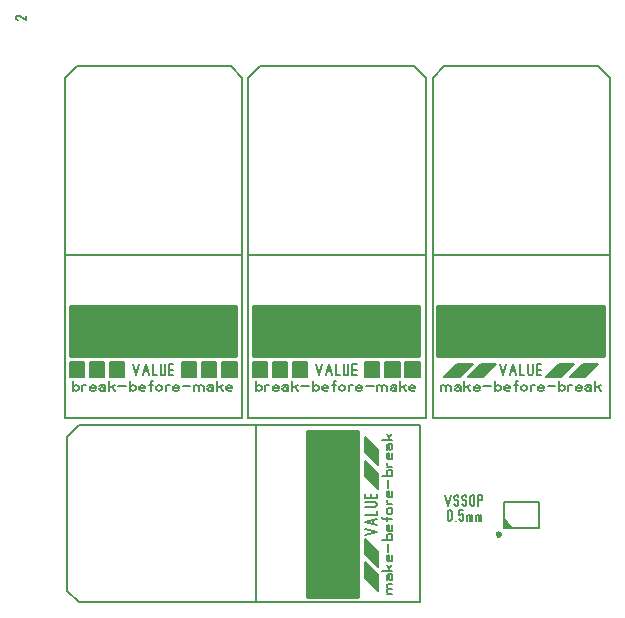
<source format=gbr>
%FSLAX34Y34*%
%MOMM*%
%LNSILK_TOP*%
G71*
G01*
%ADD10C, 0.159*%
%ADD11C, 0.200*%
%ADD12C, 0.150*%
%ADD13C, 0.175*%
%ADD14C, 0.300*%
%ADD15C, 0.151*%
%LPD*%
G54D10*
X0Y3556D02*
X0Y0D01*
X-556Y0D01*
X-1667Y444D01*
X-5000Y3111D01*
X-6111Y3556D01*
X-7222Y3556D01*
X-8333Y3111D01*
X-8889Y2222D01*
X-8889Y1333D01*
X-8333Y444D01*
X-7222Y0D01*
G54D10*
X354763Y-402392D02*
X356986Y-411281D01*
X359208Y-402392D01*
G54D10*
X362318Y-409614D02*
X362763Y-410725D01*
X363652Y-411281D01*
X364541Y-411281D01*
X365430Y-410725D01*
X365874Y-409614D01*
X365874Y-408503D01*
X365430Y-407392D01*
X364541Y-406836D01*
X363652Y-406836D01*
X362763Y-406281D01*
X362318Y-405170D01*
X362318Y-404058D01*
X362763Y-402947D01*
X363652Y-402392D01*
X364541Y-402392D01*
X365430Y-402947D01*
X365874Y-404058D01*
G54D10*
X368985Y-409614D02*
X369430Y-410725D01*
X370319Y-411281D01*
X371208Y-411281D01*
X372097Y-410725D01*
X372541Y-409614D01*
X372541Y-408503D01*
X372097Y-407392D01*
X371208Y-406836D01*
X370319Y-406836D01*
X369430Y-406281D01*
X368985Y-405170D01*
X368985Y-404058D01*
X369430Y-402947D01*
X370319Y-402392D01*
X371208Y-402392D01*
X372097Y-402947D01*
X372541Y-404058D01*
G54D10*
X379208Y-404058D02*
X379208Y-409614D01*
X378764Y-410725D01*
X377875Y-411281D01*
X376986Y-411281D01*
X376097Y-410725D01*
X375652Y-409614D01*
X375652Y-404058D01*
X376097Y-402947D01*
X376986Y-402392D01*
X377875Y-402392D01*
X378764Y-402947D01*
X379208Y-404058D01*
G54D10*
X382319Y-411281D02*
X382319Y-402392D01*
X384542Y-402392D01*
X385431Y-402947D01*
X385875Y-404058D01*
X385875Y-405170D01*
X385431Y-406281D01*
X384542Y-406836D01*
X382319Y-406836D01*
G54D11*
X434097Y-429919D02*
X404097Y-429919D01*
X404097Y-407919D01*
X434097Y-407919D01*
X434097Y-429919D01*
G36*
X404097Y-422919D02*
X411097Y-429919D01*
X404097Y-429919D01*
X404097Y-422919D01*
G37*
G54D11*
X404097Y-422919D02*
X411097Y-429919D01*
X404097Y-429919D01*
X404097Y-422919D01*
G54D11*
G75*
G01X402097Y-435919D02*
G03X402097Y-435919I-2000J0D01*
G01*
G36*
G75*
G01X402097Y-435919D02*
G03X402097Y-435919I-2000J0D01*
G01*
G37*
X402097Y-435919D01*
G54D10*
X360319Y-417058D02*
X360319Y-422614D01*
X359875Y-423725D01*
X358986Y-424281D01*
X358097Y-424281D01*
X357208Y-423725D01*
X356763Y-422614D01*
X356763Y-417058D01*
X357208Y-415947D01*
X358097Y-415392D01*
X358986Y-415392D01*
X359875Y-415947D01*
X360319Y-417058D01*
G54D10*
X363430Y-424281D02*
X363430Y-424281D01*
G54D10*
X370097Y-415392D02*
X366541Y-415392D01*
X366541Y-419281D01*
X366986Y-419281D01*
X367875Y-418725D01*
X368764Y-418725D01*
X369653Y-419281D01*
X370097Y-420392D01*
X370097Y-422614D01*
X369653Y-423725D01*
X368764Y-424281D01*
X367875Y-424281D01*
X366986Y-423725D01*
X366541Y-422614D01*
G54D10*
X373208Y-424281D02*
X373208Y-419281D01*
G54D10*
X373208Y-420170D02*
X374097Y-419281D01*
X374986Y-419614D01*
X375431Y-420392D01*
X375431Y-424281D01*
G54D10*
X375431Y-420170D02*
X376320Y-419281D01*
X377208Y-419614D01*
X377653Y-420392D01*
X377653Y-424281D01*
G54D10*
X380763Y-424281D02*
X380763Y-419281D01*
G54D10*
X380763Y-420170D02*
X381652Y-419281D01*
X382541Y-419614D01*
X382986Y-420392D01*
X382986Y-424281D01*
G54D10*
X382986Y-420170D02*
X383875Y-419281D01*
X384763Y-419614D01*
X385208Y-420392D01*
X385208Y-424281D01*
G54D12*
X183000Y-199000D02*
X33000Y-199000D01*
G54D13*
X90319Y-291278D02*
X92764Y-301056D01*
X95208Y-291278D01*
G54D13*
X98630Y-301056D02*
X101074Y-291278D01*
X103519Y-301056D01*
G54D13*
X99608Y-297389D02*
X102541Y-297389D01*
G54D13*
X106941Y-291278D02*
X106941Y-301056D01*
X110363Y-301056D01*
G54D13*
X113785Y-291278D02*
X113785Y-299222D01*
X114274Y-300444D01*
X115252Y-301056D01*
X116230Y-301056D01*
X117207Y-300444D01*
X117696Y-299222D01*
X117696Y-291278D01*
G54D13*
X124540Y-301056D02*
X121118Y-301056D01*
X121118Y-291278D01*
X124540Y-291278D01*
G54D13*
X121118Y-296167D02*
X124540Y-296167D01*
G36*
X37669Y-242919D02*
X177669Y-242919D01*
X177669Y-284919D01*
X37669Y-284919D01*
X37669Y-242919D01*
G37*
G54D14*
X37669Y-242919D02*
X177669Y-242919D01*
X177669Y-284919D01*
X37669Y-284919D01*
X37669Y-242919D01*
G36*
X144000Y-290000D02*
X144000Y-302000D01*
X132000Y-302000D01*
X132000Y-290000D01*
X144000Y-290000D01*
G37*
G54D12*
X144000Y-290000D02*
X144000Y-302000D01*
X132000Y-302000D01*
X132000Y-290000D01*
X144000Y-290000D01*
G36*
X161000Y-290000D02*
X161000Y-302000D01*
X149000Y-302000D01*
X149000Y-290000D01*
X161000Y-290000D01*
G37*
G54D12*
X161000Y-290000D02*
X161000Y-302000D01*
X149000Y-302000D01*
X149000Y-290000D01*
X161000Y-290000D01*
G36*
X178000Y-290000D02*
X178000Y-302000D01*
X166000Y-302000D01*
X166000Y-290000D01*
X178000Y-290000D01*
G37*
G54D12*
X178000Y-290000D02*
X178000Y-302000D01*
X166000Y-302000D01*
X166000Y-290000D01*
X178000Y-290000D01*
G36*
X49000Y-290000D02*
X49000Y-302000D01*
X37000Y-302000D01*
X37000Y-290000D01*
X49000Y-290000D01*
G37*
G54D12*
X49000Y-290000D02*
X49000Y-302000D01*
X37000Y-302000D01*
X37000Y-290000D01*
X49000Y-290000D01*
G36*
X66000Y-290000D02*
X66000Y-302000D01*
X54000Y-302000D01*
X54000Y-290000D01*
X66000Y-290000D01*
G37*
G54D12*
X66000Y-290000D02*
X66000Y-302000D01*
X54000Y-302000D01*
X54000Y-290000D01*
X66000Y-290000D01*
G36*
X83000Y-290000D02*
X83000Y-302000D01*
X71000Y-302000D01*
X71000Y-290000D01*
X83000Y-290000D01*
G37*
G54D12*
X83000Y-290000D02*
X83000Y-302000D01*
X71000Y-302000D01*
X71000Y-290000D01*
X83000Y-290000D01*
G54D15*
X39319Y-314056D02*
X39319Y-305611D01*
G54D15*
X39319Y-310678D02*
X40163Y-309622D01*
X41852Y-309306D01*
X43541Y-309622D01*
X44386Y-310678D01*
X44386Y-312789D01*
X43541Y-313844D01*
X41852Y-314056D01*
X40163Y-313844D01*
X39319Y-312789D01*
G54D15*
X47342Y-314056D02*
X47342Y-309306D01*
G54D15*
X47342Y-310361D02*
X49031Y-309306D01*
X50720Y-309306D01*
G54D15*
X58743Y-313528D02*
X57392Y-314056D01*
X55703Y-314056D01*
X54014Y-313528D01*
X53676Y-312472D01*
X53676Y-310678D01*
X54520Y-309622D01*
X56209Y-309306D01*
X57898Y-309622D01*
X58743Y-310361D01*
X58743Y-311417D01*
X53676Y-311417D01*
G54D15*
X61699Y-309833D02*
X63388Y-309306D01*
X65415Y-309306D01*
X66766Y-310361D01*
X66766Y-314056D01*
G54D15*
X66766Y-312472D02*
X65921Y-311417D01*
X64232Y-311206D01*
X62543Y-311417D01*
X61699Y-312472D01*
X62037Y-313528D01*
X63388Y-314056D01*
X64232Y-314056D01*
X64570Y-314056D01*
X65921Y-313528D01*
X66766Y-312472D01*
G54D15*
X69722Y-314056D02*
X69722Y-305611D01*
G54D15*
X72255Y-310889D02*
X74789Y-314056D01*
G54D15*
X69722Y-311944D02*
X74789Y-309306D01*
G54D15*
X77745Y-310361D02*
X84501Y-310361D01*
G54D15*
X87457Y-314056D02*
X87457Y-305611D01*
G54D15*
X87457Y-310678D02*
X88301Y-309622D01*
X89990Y-309306D01*
X91679Y-309622D01*
X92524Y-310678D01*
X92524Y-312789D01*
X91679Y-313844D01*
X89990Y-314056D01*
X88301Y-313844D01*
X87457Y-312789D01*
G54D15*
X100547Y-313528D02*
X99196Y-314056D01*
X97507Y-314056D01*
X95818Y-313528D01*
X95480Y-312472D01*
X95480Y-310678D01*
X96324Y-309622D01*
X98013Y-309306D01*
X99702Y-309622D01*
X100547Y-310361D01*
X100547Y-311417D01*
X95480Y-311417D01*
G54D15*
X105192Y-314056D02*
X105192Y-306139D01*
X106036Y-305611D01*
X106881Y-305928D01*
G54D15*
X103503Y-309306D02*
X106881Y-309306D01*
G54D15*
X114904Y-312789D02*
X114904Y-310678D01*
X114059Y-309622D01*
X112370Y-309306D01*
X110681Y-309622D01*
X109837Y-310678D01*
X109837Y-312789D01*
X110681Y-313844D01*
X112370Y-314056D01*
X114059Y-313844D01*
X114904Y-312789D01*
G54D15*
X117860Y-314056D02*
X117860Y-309306D01*
G54D15*
X117860Y-310361D02*
X119549Y-309306D01*
X121238Y-309306D01*
G54D15*
X129261Y-313528D02*
X127910Y-314056D01*
X126221Y-314056D01*
X124532Y-313528D01*
X124194Y-312472D01*
X124194Y-310678D01*
X125038Y-309622D01*
X126727Y-309306D01*
X128416Y-309622D01*
X129261Y-310361D01*
X129261Y-311417D01*
X124194Y-311417D01*
G54D15*
X132217Y-310361D02*
X138973Y-310361D01*
G54D15*
X141929Y-314056D02*
X141929Y-309306D01*
G54D15*
X141929Y-310150D02*
X143618Y-309306D01*
X145307Y-309622D01*
X146151Y-310361D01*
X146151Y-314056D01*
G54D15*
X146151Y-310150D02*
X147840Y-309306D01*
X149529Y-309622D01*
X150373Y-310361D01*
X150373Y-314056D01*
G54D15*
X153329Y-309833D02*
X155018Y-309306D01*
X157045Y-309306D01*
X158396Y-310361D01*
X158396Y-314056D01*
G54D15*
X158396Y-312472D02*
X157551Y-311417D01*
X155862Y-311206D01*
X154173Y-311417D01*
X153329Y-312472D01*
X153667Y-313528D01*
X155018Y-314056D01*
X155862Y-314056D01*
X156200Y-314056D01*
X157551Y-313528D01*
X158396Y-312472D01*
G54D15*
X161352Y-314056D02*
X161352Y-305611D01*
G54D15*
X163885Y-310889D02*
X166419Y-314056D01*
G54D15*
X161352Y-311944D02*
X166419Y-309306D01*
G54D15*
X174442Y-313528D02*
X173091Y-314056D01*
X171402Y-314056D01*
X169713Y-313528D01*
X169375Y-312472D01*
X169375Y-310678D01*
X170219Y-309622D01*
X171908Y-309306D01*
X173597Y-309622D01*
X174442Y-310361D01*
X174442Y-311417D01*
X169375Y-311417D01*
G54D12*
X33000Y-49000D02*
X43000Y-39000D01*
X173000Y-39000D01*
X183000Y-49000D01*
X183000Y-337500D01*
X33000Y-337500D01*
X33000Y-49000D01*
G54D12*
X338000Y-199000D02*
X188000Y-199000D01*
G54D13*
X245319Y-291278D02*
X247764Y-301056D01*
X250208Y-291278D01*
G54D13*
X253630Y-301056D02*
X256074Y-291278D01*
X258519Y-301056D01*
G54D13*
X254608Y-297389D02*
X257541Y-297389D01*
G54D13*
X261941Y-291278D02*
X261941Y-301056D01*
X265363Y-301056D01*
G54D13*
X268785Y-291278D02*
X268785Y-299222D01*
X269274Y-300444D01*
X270252Y-301056D01*
X271230Y-301056D01*
X272207Y-300444D01*
X272696Y-299222D01*
X272696Y-291278D01*
G54D13*
X279540Y-301056D02*
X276118Y-301056D01*
X276118Y-291278D01*
X279540Y-291278D01*
G54D13*
X276118Y-296167D02*
X279540Y-296167D01*
G36*
X192669Y-242919D02*
X332669Y-242919D01*
X332669Y-284919D01*
X192669Y-284919D01*
X192669Y-242919D01*
G37*
G54D14*
X192669Y-242919D02*
X332669Y-242919D01*
X332669Y-284919D01*
X192669Y-284919D01*
X192669Y-242919D01*
G36*
X299000Y-290000D02*
X299000Y-302000D01*
X287000Y-302000D01*
X287000Y-290000D01*
X299000Y-290000D01*
G37*
G54D12*
X299000Y-290000D02*
X299000Y-302000D01*
X287000Y-302000D01*
X287000Y-290000D01*
X299000Y-290000D01*
G36*
X316000Y-290000D02*
X316000Y-302000D01*
X304000Y-302000D01*
X304000Y-290000D01*
X316000Y-290000D01*
G37*
G54D12*
X316000Y-290000D02*
X316000Y-302000D01*
X304000Y-302000D01*
X304000Y-290000D01*
X316000Y-290000D01*
G36*
X333000Y-290000D02*
X333000Y-302000D01*
X321000Y-302000D01*
X321000Y-290000D01*
X333000Y-290000D01*
G37*
G54D12*
X333000Y-290000D02*
X333000Y-302000D01*
X321000Y-302000D01*
X321000Y-290000D01*
X333000Y-290000D01*
G36*
X204000Y-290000D02*
X204000Y-302000D01*
X192000Y-302000D01*
X192000Y-290000D01*
X204000Y-290000D01*
G37*
G54D12*
X204000Y-290000D02*
X204000Y-302000D01*
X192000Y-302000D01*
X192000Y-290000D01*
X204000Y-290000D01*
G36*
X221000Y-290000D02*
X221000Y-302000D01*
X209000Y-302000D01*
X209000Y-290000D01*
X221000Y-290000D01*
G37*
G54D12*
X221000Y-290000D02*
X221000Y-302000D01*
X209000Y-302000D01*
X209000Y-290000D01*
X221000Y-290000D01*
G36*
X238000Y-290000D02*
X238000Y-302000D01*
X226000Y-302000D01*
X226000Y-290000D01*
X238000Y-290000D01*
G37*
G54D12*
X238000Y-290000D02*
X238000Y-302000D01*
X226000Y-302000D01*
X226000Y-290000D01*
X238000Y-290000D01*
G54D15*
X194319Y-314056D02*
X194319Y-305611D01*
G54D15*
X194319Y-310678D02*
X195163Y-309622D01*
X196852Y-309306D01*
X198541Y-309622D01*
X199386Y-310678D01*
X199386Y-312789D01*
X198541Y-313844D01*
X196852Y-314056D01*
X195163Y-313844D01*
X194319Y-312789D01*
G54D15*
X202342Y-314056D02*
X202342Y-309306D01*
G54D15*
X202342Y-310361D02*
X204031Y-309306D01*
X205720Y-309306D01*
G54D15*
X213743Y-313528D02*
X212392Y-314056D01*
X210703Y-314056D01*
X209014Y-313528D01*
X208676Y-312472D01*
X208676Y-310678D01*
X209520Y-309622D01*
X211209Y-309306D01*
X212898Y-309622D01*
X213743Y-310361D01*
X213743Y-311417D01*
X208676Y-311417D01*
G54D15*
X216699Y-309833D02*
X218388Y-309306D01*
X220415Y-309306D01*
X221766Y-310361D01*
X221766Y-314056D01*
G54D15*
X221766Y-312472D02*
X220921Y-311417D01*
X219232Y-311206D01*
X217543Y-311417D01*
X216699Y-312472D01*
X217037Y-313528D01*
X218388Y-314056D01*
X219232Y-314056D01*
X219570Y-314056D01*
X220921Y-313528D01*
X221766Y-312472D01*
G54D15*
X224722Y-314056D02*
X224722Y-305611D01*
G54D15*
X227255Y-310889D02*
X229789Y-314056D01*
G54D15*
X224722Y-311944D02*
X229789Y-309306D01*
G54D15*
X232745Y-310361D02*
X239501Y-310361D01*
G54D15*
X242457Y-314056D02*
X242457Y-305611D01*
G54D15*
X242457Y-310678D02*
X243301Y-309622D01*
X244990Y-309306D01*
X246679Y-309622D01*
X247524Y-310678D01*
X247524Y-312789D01*
X246679Y-313844D01*
X244990Y-314056D01*
X243301Y-313844D01*
X242457Y-312789D01*
G54D15*
X255547Y-313528D02*
X254196Y-314056D01*
X252507Y-314056D01*
X250818Y-313528D01*
X250480Y-312472D01*
X250480Y-310678D01*
X251324Y-309622D01*
X253013Y-309306D01*
X254702Y-309622D01*
X255547Y-310361D01*
X255547Y-311417D01*
X250480Y-311417D01*
G54D15*
X260192Y-314056D02*
X260192Y-306139D01*
X261036Y-305611D01*
X261881Y-305928D01*
G54D15*
X258503Y-309306D02*
X261881Y-309306D01*
G54D15*
X269904Y-312789D02*
X269904Y-310678D01*
X269059Y-309622D01*
X267370Y-309306D01*
X265681Y-309622D01*
X264837Y-310678D01*
X264837Y-312789D01*
X265681Y-313844D01*
X267370Y-314056D01*
X269059Y-313844D01*
X269904Y-312789D01*
G54D15*
X272860Y-314056D02*
X272860Y-309306D01*
G54D15*
X272860Y-310361D02*
X274549Y-309306D01*
X276238Y-309306D01*
G54D15*
X284261Y-313528D02*
X282910Y-314056D01*
X281221Y-314056D01*
X279532Y-313528D01*
X279194Y-312472D01*
X279194Y-310678D01*
X280038Y-309622D01*
X281727Y-309306D01*
X283416Y-309622D01*
X284261Y-310361D01*
X284261Y-311417D01*
X279194Y-311417D01*
G54D15*
X287217Y-310361D02*
X293973Y-310361D01*
G54D15*
X296929Y-314056D02*
X296929Y-309306D01*
G54D15*
X296929Y-310150D02*
X298618Y-309306D01*
X300307Y-309622D01*
X301151Y-310361D01*
X301151Y-314056D01*
G54D15*
X301151Y-310150D02*
X302840Y-309306D01*
X304529Y-309622D01*
X305373Y-310361D01*
X305373Y-314056D01*
G54D15*
X308329Y-309833D02*
X310018Y-309306D01*
X312045Y-309306D01*
X313396Y-310361D01*
X313396Y-314056D01*
G54D15*
X313396Y-312472D02*
X312551Y-311417D01*
X310862Y-311206D01*
X309173Y-311417D01*
X308329Y-312472D01*
X308667Y-313528D01*
X310018Y-314056D01*
X310862Y-314056D01*
X311200Y-314056D01*
X312551Y-313528D01*
X313396Y-312472D01*
G54D15*
X316352Y-314056D02*
X316352Y-305611D01*
G54D15*
X318885Y-310889D02*
X321419Y-314056D01*
G54D15*
X316352Y-311944D02*
X321419Y-309306D01*
G54D15*
X329442Y-313528D02*
X328091Y-314056D01*
X326402Y-314056D01*
X324713Y-313528D01*
X324375Y-312472D01*
X324375Y-310678D01*
X325219Y-309622D01*
X326908Y-309306D01*
X328597Y-309622D01*
X329442Y-310361D01*
X329442Y-311417D01*
X324375Y-311417D01*
G54D12*
X188000Y-49000D02*
X198000Y-39000D01*
X328000Y-39000D01*
X338000Y-49000D01*
X338000Y-337500D01*
X188000Y-337500D01*
X188000Y-49000D01*
G54D12*
X194750Y-343250D02*
X194750Y-493250D01*
G54D13*
X287028Y-435931D02*
X296806Y-433486D01*
X287028Y-431042D01*
G54D13*
X296806Y-427620D02*
X287028Y-425176D01*
X296806Y-422731D01*
G54D13*
X293139Y-426642D02*
X293139Y-423709D01*
G54D13*
X287028Y-419309D02*
X296806Y-419309D01*
X296806Y-415887D01*
G54D13*
X287028Y-412465D02*
X294972Y-412465D01*
X296194Y-411976D01*
X296806Y-410998D01*
X296806Y-410020D01*
X296194Y-409043D01*
X294972Y-408554D01*
X287028Y-408554D01*
G54D13*
X296806Y-401710D02*
X296806Y-405132D01*
X287028Y-405132D01*
X287028Y-401710D01*
G54D13*
X291917Y-405132D02*
X291917Y-401710D01*
G36*
X238669Y-488581D02*
X238669Y-348581D01*
X280669Y-348581D01*
X280669Y-488581D01*
X238669Y-488581D01*
G37*
G54D14*
X238669Y-488581D02*
X238669Y-348581D01*
X280669Y-348581D01*
X280669Y-488581D01*
X238669Y-488581D01*
G54D12*
X44750Y-493250D02*
X34750Y-483250D01*
X34750Y-353250D01*
X44750Y-343250D01*
X333250Y-343250D01*
X333250Y-493250D01*
X44750Y-493250D01*
G36*
X286750Y-439250D02*
X297750Y-450250D01*
X297750Y-463250D01*
X286750Y-452250D01*
X286750Y-439250D01*
G37*
G54D12*
X286750Y-439250D02*
X297750Y-450250D01*
X297750Y-463250D01*
X286750Y-452250D01*
X286750Y-439250D01*
G36*
X286750Y-459250D02*
X297750Y-470250D01*
X297750Y-483250D01*
X286750Y-472250D01*
X286750Y-459250D01*
G37*
G54D12*
X286750Y-459250D02*
X297750Y-470250D01*
X297750Y-483250D01*
X286750Y-472250D01*
X286750Y-459250D01*
G36*
X286750Y-373250D02*
X297750Y-384250D01*
X297750Y-397250D01*
X286750Y-386250D01*
X286750Y-373250D01*
G37*
G54D12*
X286750Y-373250D02*
X297750Y-384250D01*
X297750Y-397250D01*
X286750Y-386250D01*
X286750Y-373250D01*
G36*
X286750Y-353250D02*
X297750Y-364250D01*
X297750Y-377250D01*
X286750Y-366250D01*
X286750Y-353250D01*
G37*
G54D12*
X286750Y-353250D02*
X297750Y-364250D01*
X297750Y-377250D01*
X286750Y-366250D01*
X286750Y-353250D01*
G54D15*
X309806Y-485931D02*
X305056Y-485931D01*
G54D15*
X305900Y-485931D02*
X305056Y-484242D01*
X305372Y-482553D01*
X306111Y-481709D01*
X309806Y-481709D01*
G54D15*
X305900Y-481709D02*
X305056Y-480020D01*
X305372Y-478331D01*
X306111Y-477487D01*
X309806Y-477487D01*
G54D15*
X305583Y-474531D02*
X305056Y-472842D01*
X305056Y-470815D01*
X306111Y-469464D01*
X309806Y-469464D01*
G54D15*
X308222Y-469464D02*
X307167Y-470309D01*
X306956Y-471998D01*
X307167Y-473687D01*
X308222Y-474531D01*
X309278Y-474193D01*
X309806Y-472842D01*
X309806Y-471998D01*
X309806Y-471660D01*
X309278Y-470309D01*
X308222Y-469464D01*
G54D15*
X309806Y-466508D02*
X301361Y-466508D01*
G54D15*
X306639Y-463975D02*
X309806Y-461441D01*
G54D15*
X307694Y-466508D02*
X305056Y-461441D01*
G54D15*
X309278Y-453418D02*
X309806Y-454769D01*
X309806Y-456458D01*
X309278Y-458147D01*
X308222Y-458485D01*
X306428Y-458485D01*
X305372Y-457641D01*
X305056Y-455952D01*
X305372Y-454263D01*
X306111Y-453418D01*
X307167Y-453418D01*
X307167Y-458485D01*
G54D15*
X306111Y-450462D02*
X306111Y-443706D01*
G54D15*
X309806Y-440750D02*
X301361Y-440750D01*
G54D15*
X306428Y-440750D02*
X305372Y-439906D01*
X305056Y-438217D01*
X305372Y-436528D01*
X306428Y-435683D01*
X308539Y-435683D01*
X309594Y-436528D01*
X309806Y-438217D01*
X309594Y-439906D01*
X308539Y-440750D01*
G54D15*
X309278Y-427660D02*
X309806Y-429011D01*
X309806Y-430700D01*
X309278Y-432389D01*
X308222Y-432727D01*
X306428Y-432727D01*
X305372Y-431883D01*
X305056Y-430194D01*
X305372Y-428505D01*
X306111Y-427660D01*
X307167Y-427660D01*
X307167Y-432727D01*
G54D15*
X309806Y-423015D02*
X301889Y-423015D01*
X301361Y-422171D01*
X301678Y-421326D01*
G54D15*
X305056Y-424704D02*
X305056Y-421326D01*
G54D15*
X308539Y-413303D02*
X306428Y-413303D01*
X305372Y-414148D01*
X305056Y-415837D01*
X305372Y-417526D01*
X306428Y-418370D01*
X308539Y-418370D01*
X309594Y-417526D01*
X309806Y-415837D01*
X309594Y-414148D01*
X308539Y-413303D01*
G54D15*
X309806Y-410347D02*
X305056Y-410347D01*
G54D15*
X306111Y-410347D02*
X305056Y-408658D01*
X305056Y-406969D01*
G54D15*
X309278Y-398946D02*
X309806Y-400297D01*
X309806Y-401986D01*
X309278Y-403675D01*
X308222Y-404013D01*
X306428Y-404013D01*
X305372Y-403169D01*
X305056Y-401480D01*
X305372Y-399791D01*
X306111Y-398946D01*
X307167Y-398946D01*
X307167Y-404013D01*
G54D15*
X306111Y-395990D02*
X306111Y-389234D01*
G54D15*
X309806Y-386278D02*
X301361Y-386278D01*
G54D15*
X306428Y-386278D02*
X305372Y-385434D01*
X305056Y-383745D01*
X305372Y-382056D01*
X306428Y-381211D01*
X308539Y-381211D01*
X309594Y-382056D01*
X309806Y-383745D01*
X309594Y-385434D01*
X308539Y-386278D01*
G54D15*
X309806Y-378255D02*
X305056Y-378255D01*
G54D15*
X306111Y-378255D02*
X305056Y-376566D01*
X305056Y-374877D01*
G54D15*
X309278Y-366854D02*
X309806Y-368206D01*
X309806Y-369894D01*
X309278Y-371583D01*
X308222Y-371921D01*
X306428Y-371921D01*
X305372Y-371077D01*
X305056Y-369388D01*
X305372Y-367699D01*
X306111Y-366854D01*
X307167Y-366854D01*
X307167Y-371921D01*
G54D15*
X305583Y-363898D02*
X305056Y-362209D01*
X305056Y-360182D01*
X306111Y-358831D01*
X309806Y-358831D01*
G54D15*
X308222Y-358831D02*
X307167Y-359676D01*
X306956Y-361365D01*
X307167Y-363054D01*
X308222Y-363898D01*
X309278Y-363560D01*
X309806Y-362209D01*
X309806Y-361365D01*
X309806Y-361027D01*
X309278Y-359676D01*
X308222Y-358831D01*
G54D15*
X309806Y-355875D02*
X301361Y-355875D01*
G54D15*
X306639Y-353342D02*
X309806Y-350808D01*
G54D15*
X307694Y-355875D02*
X305056Y-350808D01*
G54D12*
X494000Y-199000D02*
X344000Y-199000D01*
G54D13*
X401319Y-291278D02*
X403764Y-301056D01*
X406208Y-291278D01*
G54D13*
X409630Y-301056D02*
X412074Y-291278D01*
X414519Y-301056D01*
G54D13*
X410608Y-297389D02*
X413541Y-297389D01*
G54D13*
X417941Y-291278D02*
X417941Y-301056D01*
X421363Y-301056D01*
G54D13*
X424785Y-291278D02*
X424785Y-299222D01*
X425274Y-300444D01*
X426252Y-301056D01*
X427230Y-301056D01*
X428207Y-300444D01*
X428696Y-299222D01*
X428696Y-291278D01*
G54D13*
X435540Y-301056D02*
X432118Y-301056D01*
X432118Y-291278D01*
X435540Y-291278D01*
G54D13*
X432118Y-296167D02*
X435540Y-296167D01*
G36*
X348669Y-242919D02*
X488669Y-242919D01*
X488669Y-284919D01*
X348669Y-284919D01*
X348669Y-242919D01*
G37*
G54D14*
X348669Y-242919D02*
X488669Y-242919D01*
X488669Y-284919D01*
X348669Y-284919D01*
X348669Y-242919D01*
G54D12*
X344000Y-49000D02*
X354000Y-39000D01*
X484000Y-39000D01*
X494000Y-49000D01*
X494000Y-337500D01*
X344000Y-337500D01*
X344000Y-49000D01*
G36*
X398000Y-291000D02*
X387000Y-302000D01*
X374000Y-302000D01*
X385000Y-291000D01*
X398000Y-291000D01*
G37*
G54D12*
X398000Y-291000D02*
X387000Y-302000D01*
X374000Y-302000D01*
X385000Y-291000D01*
X398000Y-291000D01*
G36*
X378000Y-291000D02*
X367000Y-302000D01*
X354000Y-302000D01*
X365000Y-291000D01*
X378000Y-291000D01*
G37*
G54D12*
X378000Y-291000D02*
X367000Y-302000D01*
X354000Y-302000D01*
X365000Y-291000D01*
X378000Y-291000D01*
G36*
X464000Y-291000D02*
X453000Y-302000D01*
X440000Y-302000D01*
X451000Y-291000D01*
X464000Y-291000D01*
G37*
G54D12*
X464000Y-291000D02*
X453000Y-302000D01*
X440000Y-302000D01*
X451000Y-291000D01*
X464000Y-291000D01*
G36*
X484000Y-291000D02*
X473000Y-302000D01*
X460000Y-302000D01*
X471000Y-291000D01*
X484000Y-291000D01*
G37*
G54D12*
X484000Y-291000D02*
X473000Y-302000D01*
X460000Y-302000D01*
X471000Y-291000D01*
X484000Y-291000D01*
G54D15*
X351319Y-314056D02*
X351319Y-309306D01*
G54D15*
X351319Y-310150D02*
X353008Y-309306D01*
X354697Y-309622D01*
X355541Y-310361D01*
X355541Y-314056D01*
G54D15*
X355541Y-310150D02*
X357230Y-309306D01*
X358919Y-309622D01*
X359763Y-310361D01*
X359763Y-314056D01*
G54D15*
X362719Y-309833D02*
X364408Y-309306D01*
X366435Y-309306D01*
X367786Y-310361D01*
X367786Y-314056D01*
G54D15*
X367786Y-312472D02*
X366941Y-311417D01*
X365252Y-311206D01*
X363563Y-311417D01*
X362719Y-312472D01*
X363057Y-313528D01*
X364408Y-314056D01*
X365252Y-314056D01*
X365590Y-314056D01*
X366941Y-313528D01*
X367786Y-312472D01*
G54D15*
X370742Y-314056D02*
X370742Y-305611D01*
G54D15*
X373275Y-310889D02*
X375809Y-314056D01*
G54D15*
X370742Y-311944D02*
X375809Y-309306D01*
G54D15*
X383832Y-313528D02*
X382481Y-314056D01*
X380792Y-314056D01*
X379103Y-313528D01*
X378765Y-312472D01*
X378765Y-310678D01*
X379609Y-309622D01*
X381298Y-309306D01*
X382987Y-309622D01*
X383832Y-310361D01*
X383832Y-311417D01*
X378765Y-311417D01*
G54D15*
X386788Y-310361D02*
X393544Y-310361D01*
G54D15*
X396500Y-314056D02*
X396500Y-305611D01*
G54D15*
X396500Y-310678D02*
X397344Y-309622D01*
X399033Y-309306D01*
X400722Y-309622D01*
X401567Y-310678D01*
X401567Y-312789D01*
X400722Y-313844D01*
X399033Y-314056D01*
X397344Y-313844D01*
X396500Y-312789D01*
G54D15*
X409590Y-313528D02*
X408239Y-314056D01*
X406550Y-314056D01*
X404861Y-313528D01*
X404523Y-312472D01*
X404523Y-310678D01*
X405367Y-309622D01*
X407056Y-309306D01*
X408745Y-309622D01*
X409590Y-310361D01*
X409590Y-311417D01*
X404523Y-311417D01*
G54D15*
X414235Y-314056D02*
X414235Y-306139D01*
X415079Y-305611D01*
X415924Y-305928D01*
G54D15*
X412546Y-309306D02*
X415924Y-309306D01*
G54D15*
X423947Y-312789D02*
X423947Y-310678D01*
X423102Y-309622D01*
X421413Y-309306D01*
X419724Y-309622D01*
X418880Y-310678D01*
X418880Y-312789D01*
X419724Y-313844D01*
X421413Y-314056D01*
X423102Y-313844D01*
X423947Y-312789D01*
G54D15*
X426903Y-314056D02*
X426903Y-309306D01*
G54D15*
X426903Y-310361D02*
X428592Y-309306D01*
X430281Y-309306D01*
G54D15*
X438304Y-313528D02*
X436953Y-314056D01*
X435264Y-314056D01*
X433575Y-313528D01*
X433237Y-312472D01*
X433237Y-310678D01*
X434081Y-309622D01*
X435770Y-309306D01*
X437459Y-309622D01*
X438304Y-310361D01*
X438304Y-311417D01*
X433237Y-311417D01*
G54D15*
X441260Y-310361D02*
X448016Y-310361D01*
G54D15*
X450972Y-314056D02*
X450972Y-305611D01*
G54D15*
X450972Y-310678D02*
X451816Y-309622D01*
X453505Y-309306D01*
X455194Y-309622D01*
X456039Y-310678D01*
X456039Y-312789D01*
X455194Y-313844D01*
X453505Y-314056D01*
X451816Y-313844D01*
X450972Y-312789D01*
G54D15*
X458995Y-314056D02*
X458995Y-309306D01*
G54D15*
X458995Y-310361D02*
X460684Y-309306D01*
X462373Y-309306D01*
G54D15*
X470396Y-313528D02*
X469044Y-314056D01*
X467356Y-314056D01*
X465667Y-313528D01*
X465329Y-312472D01*
X465329Y-310678D01*
X466173Y-309622D01*
X467862Y-309306D01*
X469551Y-309622D01*
X470396Y-310361D01*
X470396Y-311417D01*
X465329Y-311417D01*
G54D15*
X473352Y-309833D02*
X475041Y-309306D01*
X477068Y-309306D01*
X478419Y-310361D01*
X478419Y-314056D01*
G54D15*
X478419Y-312472D02*
X477574Y-311417D01*
X475885Y-311206D01*
X474196Y-311417D01*
X473352Y-312472D01*
X473690Y-313528D01*
X475041Y-314056D01*
X475885Y-314056D01*
X476223Y-314056D01*
X477574Y-313528D01*
X478419Y-312472D01*
G54D15*
X481375Y-314056D02*
X481375Y-305611D01*
G54D15*
X483908Y-310889D02*
X486442Y-314056D01*
G54D15*
X481375Y-311944D02*
X486442Y-309306D01*
M02*

</source>
